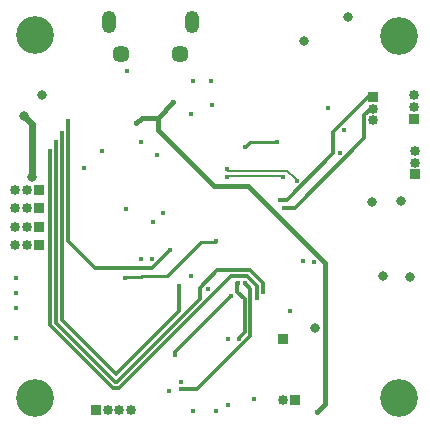
<source format=gbr>
%TF.GenerationSoftware,KiCad,Pcbnew,(6.0.5)*%
%TF.CreationDate,2022-08-02T12:09:00+02:00*%
%TF.ProjectId,DroneHardware,44726f6e-6548-4617-9264-776172652e6b,rev?*%
%TF.SameCoordinates,Original*%
%TF.FileFunction,Copper,L4,Bot*%
%TF.FilePolarity,Positive*%
%FSLAX46Y46*%
G04 Gerber Fmt 4.6, Leading zero omitted, Abs format (unit mm)*
G04 Created by KiCad (PCBNEW (6.0.5)) date 2022-08-02 12:09:00*
%MOMM*%
%LPD*%
G01*
G04 APERTURE LIST*
%TA.AperFunction,ComponentPad*%
%ADD10R,0.850000X0.850000*%
%TD*%
%TA.AperFunction,ComponentPad*%
%ADD11O,0.850000X0.850000*%
%TD*%
%TA.AperFunction,ComponentPad*%
%ADD12O,1.200000X1.900000*%
%TD*%
%TA.AperFunction,ComponentPad*%
%ADD13C,1.450000*%
%TD*%
%TA.AperFunction,ComponentPad*%
%ADD14C,3.200000*%
%TD*%
%TA.AperFunction,ViaPad*%
%ADD15C,0.400000*%
%TD*%
%TA.AperFunction,ViaPad*%
%ADD16C,0.800000*%
%TD*%
%TA.AperFunction,Conductor*%
%ADD17C,0.400000*%
%TD*%
%TA.AperFunction,Conductor*%
%ADD18C,0.600000*%
%TD*%
%TA.AperFunction,Conductor*%
%ADD19C,0.250000*%
%TD*%
%TA.AperFunction,Conductor*%
%ADD20C,0.300000*%
%TD*%
%TA.AperFunction,Conductor*%
%ADD21C,0.200000*%
%TD*%
G04 APERTURE END LIST*
D10*
%TO.P,J208,1,Pin_1*%
%TO.N,PWM4*%
X130890000Y-103460000D03*
D11*
%TO.P,J208,2,Pin_2*%
%TO.N,+5V*%
X129890000Y-103460000D03*
%TO.P,J208,3,Pin_3*%
%TO.N,GND*%
X128890000Y-103460000D03*
%TD*%
D10*
%TO.P,J210,1,Pin_1*%
%TO.N,USART1_TX*%
X162620000Y-92810000D03*
D11*
%TO.P,J210,2,Pin_2*%
%TO.N,USART1_RX*%
X162620000Y-91810000D03*
%TO.P,J210,3,Pin_3*%
%TO.N,unconnected-(J210-Pad3)*%
X162620000Y-90810000D03*
%TD*%
D10*
%TO.P,J202,1,Pin_1*%
%TO.N,+5V*%
X152600000Y-116620000D03*
D11*
%TO.P,J202,2,Pin_2*%
%TO.N,GND*%
X151600000Y-116620000D03*
%TD*%
D12*
%TO.P,J201,6,Shield*%
%TO.N,unconnected-(J201-Pad6)*%
X143860000Y-84562500D03*
D13*
X137860000Y-87262500D03*
X142860000Y-87262500D03*
D12*
X136860000Y-84562500D03*
%TD*%
D10*
%TO.P,J207,1,Pin_1*%
%TO.N,PWM3*%
X130890000Y-101920000D03*
D11*
%TO.P,J207,2,Pin_2*%
%TO.N,+5V*%
X129890000Y-101920000D03*
%TO.P,J207,3,Pin_3*%
%TO.N,GND*%
X128890000Y-101920000D03*
%TD*%
D10*
%TO.P,J209,1,Pin_1*%
%TO.N,USART6_TX*%
X162720000Y-97490000D03*
D11*
%TO.P,J209,2,Pin_2*%
%TO.N,USART6_RX*%
X162720000Y-96490000D03*
%TO.P,J209,3,Pin_3*%
%TO.N,USART6_CK*%
X162720000Y-95490000D03*
%TD*%
D14*
%TO.P,H201,*%
%TO.N,*%
X161380000Y-116420000D03*
%TD*%
D10*
%TO.P,J206,1,Pin_1*%
%TO.N,PWM2*%
X130890000Y-100370000D03*
D11*
%TO.P,J206,2,Pin_2*%
%TO.N,+5V*%
X129890000Y-100370000D03*
%TO.P,J206,3,Pin_3*%
%TO.N,GND*%
X128890000Y-100370000D03*
%TD*%
D14*
%TO.P,H203,*%
%TO.N,*%
X161390000Y-85770000D03*
%TD*%
%TO.P,H204,*%
%TO.N,*%
X130590000Y-85690000D03*
%TD*%
D10*
%TO.P,J211,1,Pin_1*%
%TO.N,USART3_TX*%
X159220000Y-90920000D03*
D11*
%TO.P,J211,2,Pin_2*%
%TO.N,USART3_RX*%
X159220000Y-91920000D03*
%TO.P,J211,3,Pin_3*%
%TO.N,unconnected-(J211-Pad3)*%
X159220000Y-92920000D03*
%TD*%
D14*
%TO.P,H202,*%
%TO.N,*%
X130570000Y-116420000D03*
%TD*%
D10*
%TO.P,J205,1,Pin_1*%
%TO.N,PWM1*%
X130890000Y-98830000D03*
D11*
%TO.P,J205,2,Pin_2*%
%TO.N,+5V*%
X129890000Y-98830000D03*
%TO.P,J205,3,Pin_3*%
%TO.N,GND*%
X128890000Y-98830000D03*
%TD*%
D10*
%TO.P,J101,1,Pin_1*%
%TO.N,BUCK_IN*%
X151560000Y-111440000D03*
%TD*%
%TO.P,J102,1,Pin_1*%
%TO.N,GND*%
X135710000Y-117410000D03*
D11*
%TO.P,J102,2,Pin_2*%
X136710000Y-117410000D03*
%TO.P,J102,3,Pin_3*%
X137710000Y-117410000D03*
%TO.P,J102,4,Pin_4*%
X138710000Y-117410000D03*
%TD*%
D15*
%TO.N,BUCK_VOUT_3V3*%
X128990000Y-106240000D03*
X156370000Y-95720000D03*
X140920000Y-95860000D03*
X143910000Y-117530000D03*
X145210000Y-107160000D03*
D16*
X153320000Y-86180000D03*
D15*
X143900000Y-89590000D03*
D16*
X162280000Y-106210000D03*
D15*
X143800000Y-92390000D03*
X153228000Y-104862000D03*
X140590000Y-101490000D03*
%TO.N,GND*%
X142880000Y-115080000D03*
X141930000Y-115810000D03*
X139560000Y-94750000D03*
X138241444Y-100411444D03*
X146940000Y-117050000D03*
X152146000Y-109030000D03*
X154168000Y-104892000D03*
X139520000Y-104680000D03*
D16*
X131180000Y-90770000D03*
D15*
X143790000Y-106130000D03*
X145440000Y-89590000D03*
D16*
X154300000Y-110480000D03*
D15*
X145520000Y-91640000D03*
X145870000Y-117500000D03*
X146940000Y-111440000D03*
X138390000Y-88730000D03*
X156720000Y-93750000D03*
X128950000Y-107520000D03*
X149070000Y-116500000D03*
X155360000Y-91890000D03*
X140480000Y-104620000D03*
X134680000Y-96920000D03*
D16*
X159060000Y-99850000D03*
D15*
X141440000Y-100750000D03*
X128940000Y-108780000D03*
D16*
X157040000Y-84200000D03*
D15*
X136210000Y-95500000D03*
X128940000Y-111310000D03*
D16*
X161580000Y-99740000D03*
X159990000Y-106100000D03*
%TO.N,+5V*%
X130280000Y-97690000D03*
D15*
X154460000Y-117590000D03*
X139080000Y-93180000D03*
D16*
X129590000Y-92540000D03*
D15*
X142270000Y-91380000D03*
%TO.N,SWDIO*%
X138210000Y-106240000D03*
X145920000Y-103150000D03*
%TO.N,SWCLK*%
X148330000Y-95200000D03*
X151090000Y-94790000D03*
%TO.N,PWM4*%
X133350000Y-92964000D03*
X141986000Y-103886000D03*
%TO.N,PWM3*%
X142748000Y-106934000D03*
X132842000Y-93980000D03*
%TO.N,USB_D-*%
X152713374Y-98053375D03*
X146830000Y-97065000D03*
%TO.N,USB_D+*%
X151583677Y-97715000D03*
X146830000Y-97715000D03*
%TO.N,PWM1*%
X131826000Y-95504000D03*
X149352000Y-107950000D03*
%TO.N,GYRO_INT_EXTI*%
X148307788Y-106666954D03*
X142890908Y-115679404D03*
%TO.N,USART3_TX*%
X151280000Y-99630000D03*
%TO.N,GYRO_MISO_PIN*%
X147160000Y-107830000D03*
X142380000Y-112750000D03*
%TO.N,GYRO_MOSI_PIN*%
X147709500Y-106705093D03*
X147800000Y-111410000D03*
%TO.N,PWM2*%
X149901500Y-107442000D03*
X132334000Y-94742000D03*
%TO.N,USART3_RX*%
X151660000Y-100330000D03*
%TD*%
D17*
%TO.N,+5V*%
X145730000Y-98490000D02*
X140970000Y-93730000D01*
X140970000Y-93730000D02*
X140970000Y-92680000D01*
X155099511Y-104975673D02*
X148613838Y-98490000D01*
X148613838Y-98490000D02*
X145730000Y-98490000D01*
X155099511Y-116950489D02*
X155099511Y-104975673D01*
D18*
X130280000Y-97690000D02*
X130280000Y-93230000D01*
D17*
X154460000Y-117590000D02*
X155099511Y-116950489D01*
X140970000Y-92680000D02*
X139580000Y-92680000D01*
X139580000Y-92680000D02*
X139080000Y-93180000D01*
D18*
X130280000Y-93230000D02*
X129590000Y-92540000D01*
D17*
X140970000Y-92680000D02*
X142270000Y-91380000D01*
D19*
%TO.N,SWDIO*%
X139650000Y-106090000D02*
X141734614Y-106090000D01*
X144574614Y-103250000D02*
X145600000Y-103250000D01*
X139520000Y-106220000D02*
X139650000Y-106090000D01*
X138210000Y-106220000D02*
X139520000Y-106220000D01*
X141734614Y-106090000D02*
X144574614Y-103250000D01*
X145820000Y-103250000D02*
X145910000Y-103160000D01*
X145600000Y-103250000D02*
X145820000Y-103250000D01*
%TO.N,SWCLK*%
X148370000Y-95160000D02*
X148740000Y-94790000D01*
X148740000Y-94790000D02*
X151090000Y-94790000D01*
D20*
%TO.N,PWM4*%
X141986000Y-103886000D02*
X141986000Y-103891127D01*
X133391511Y-103082489D02*
X133391511Y-93513511D01*
X135636000Y-105410000D02*
X133350000Y-103124000D01*
X141986000Y-103891127D02*
X140467127Y-105410000D01*
X133391511Y-93513511D02*
X133350000Y-93472000D01*
X140467127Y-105410000D02*
X135636000Y-105410000D01*
X133350000Y-93472000D02*
X133350000Y-92964000D01*
X133350000Y-103124000D02*
X133391511Y-103082489D01*
%TO.N,PWM3*%
X132883511Y-94021511D02*
X132883511Y-100542489D01*
X137411428Y-114408572D02*
X137416572Y-114408572D01*
X132842000Y-100584000D02*
X132842000Y-109839144D01*
X132842000Y-109839144D02*
X137411428Y-114408572D01*
X142748000Y-109077144D02*
X142748000Y-106934000D01*
X137416572Y-114408572D02*
X142748000Y-109077144D01*
X132842000Y-93980000D02*
X132883511Y-94021511D01*
X132883511Y-100542489D02*
X132842000Y-100584000D01*
D21*
%TO.N,USB_D-*%
X152713374Y-97953374D02*
X152713374Y-98053375D01*
X152600000Y-97840000D02*
X152713374Y-97953374D01*
X151924999Y-97164999D02*
X152600000Y-97840000D01*
X146830000Y-97065000D02*
X146930000Y-97165000D01*
X151483678Y-97164999D02*
X151924999Y-97164999D01*
X146930000Y-97165000D02*
X151483678Y-97164999D01*
%TO.N,USB_D+*%
X146830000Y-97715000D02*
X146930000Y-97615000D01*
X146930000Y-97615000D02*
X151483678Y-97615001D01*
X151483678Y-97615001D02*
X151583677Y-97715000D01*
D20*
%TO.N,PWM1*%
X149352000Y-106934039D02*
X149352000Y-107950000D01*
X131826000Y-95504000D02*
X131826000Y-110236000D01*
X139414000Y-113824000D02*
X147120557Y-106117443D01*
X147120557Y-106117443D02*
X148535404Y-106117443D01*
X137676480Y-115561519D02*
X139414000Y-113824000D01*
X148535404Y-106117443D02*
X149352000Y-106934039D01*
X131826000Y-110236000D02*
X137151519Y-115561519D01*
X137151519Y-115561519D02*
X137676480Y-115561519D01*
%TO.N,GYRO_INT_EXTI*%
X148799520Y-111187607D02*
X144307723Y-115679404D01*
X148799520Y-107158686D02*
X148799520Y-111187607D01*
X144307723Y-115679404D02*
X142890908Y-115679404D01*
X148307788Y-106666954D02*
X148799520Y-107158686D01*
%TO.N,USART3_TX*%
X155820489Y-95723387D02*
X155820489Y-93872384D01*
X158772873Y-90920000D02*
X159220000Y-90920000D01*
X155820489Y-93872384D02*
X158772873Y-90920000D01*
X151913876Y-99630000D02*
X155820489Y-95723387D01*
X151280000Y-99630000D02*
X151913876Y-99630000D01*
%TO.N,GYRO_MISO_PIN*%
X142400000Y-112500000D02*
X142380000Y-112520000D01*
X147160000Y-107790000D02*
X142450000Y-112500000D01*
X142380000Y-112520000D02*
X142380000Y-112750000D01*
X142450000Y-112500000D02*
X142400000Y-112500000D01*
%TO.N,GYRO_MOSI_PIN*%
X147659520Y-106710480D02*
X147659520Y-107439520D01*
X147659520Y-107439520D02*
X148300000Y-108080000D01*
X147664907Y-106705093D02*
X147659520Y-106710480D01*
X148300000Y-110850000D02*
X147800000Y-111350000D01*
X148300000Y-108080000D02*
X148300000Y-110850000D01*
X147709500Y-106705093D02*
X147664907Y-106705093D01*
%TO.N,PWM2*%
X132375511Y-96478489D02*
X132334000Y-96520000D01*
X132334000Y-110037572D02*
X137358428Y-115062000D01*
X132334000Y-96520000D02*
X132334000Y-110037572D01*
X144500786Y-107092087D02*
X145974950Y-105617923D01*
X132375511Y-94783511D02*
X132375511Y-96478489D01*
X137358428Y-115062000D02*
X137469572Y-115062000D01*
X137469572Y-115062000D02*
X144500786Y-108030786D01*
X148797923Y-105617923D02*
X149901500Y-106721500D01*
X132334000Y-94742000D02*
X132375511Y-94783511D01*
X145974950Y-105617923D02*
X148797923Y-105617923D01*
X144500786Y-108030786D02*
X144500786Y-107092087D01*
X149901500Y-106721500D02*
X149901500Y-107442000D01*
%TO.N,USART3_RX*%
X151660000Y-100330000D02*
X152537127Y-100330000D01*
X158445489Y-92484511D02*
X159010000Y-91920000D01*
X152537127Y-100330000D02*
X158445489Y-94421638D01*
X159010000Y-91920000D02*
X159220000Y-91920000D01*
X158445489Y-94421638D02*
X158445489Y-92484511D01*
%TD*%
M02*

</source>
